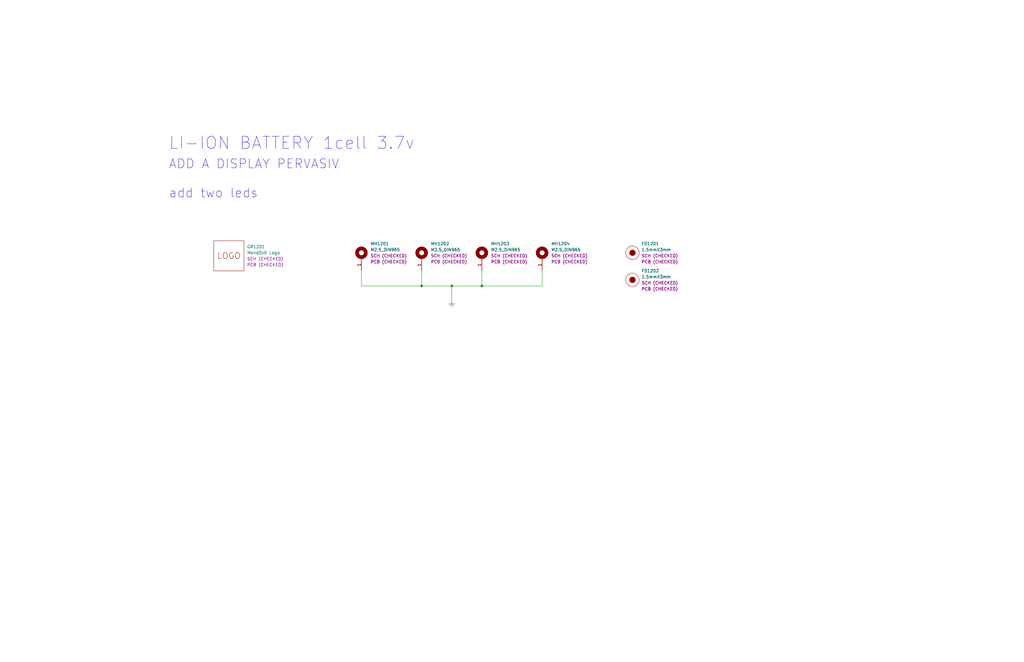
<source format=kicad_sch>
(kicad_sch (version 20230121) (generator eeschema)
  (paper "B")
  (title_block (title "_HW_EPaper") (rev "v1.0") (company "Mend0z0") (comment 1 "v1.0") (comment 2 "CHECKED"))
  (lib_symbols
    (symbol "_SCHLIB_Epaper:MECH_GR_LOGO_MEND0Z0_TOP LAYER" (in_bom no)
      (property "Reference" "GR" (at 2.54 3.81 0))
      (property "Value" "Mend0z0 Logo" (at 2.54 6.35 0))
      (property "SCH CHECK" "SCH (CHECKED)" (at 2.54 24.13 0))
      (property "PCB CHECK" "PCB (CHECKED)" (at 2.54 26.67 0))
      (symbol "MECH_GR_LOGO_MEND0Z0_TOP LAYER_0_1"
        (rectangle (start 0 0) (end 12.7 -12.7))
      )
      (symbol "MECH_GR_LOGO_MEND0Z0_TOP LAYER_1_1"
        (text "LOGO" (at 6.35 -6.35 0) (effects (font (size 2.54 2.54))))
      )
    )
    (symbol "_SCHLIB_Epaper:MECH_HOLE_MOUNTING_M2.5_DIN965_WITH NET" (in_bom no)
      (property "Reference" "MH" (at 2.54 3.81 0))
      (property "Value" "M2.5_DIN965" (at 2.54 6.35 0))
      (property "SCH CHECK" "SCH (CHECKED)" (at 2.54 24.13 0))
      (property "PCB CHECK" "PCB (CHECKED)" (at 2.54 26.67 0))
      (symbol "MECH_HOLE_MOUNTING_M2.5_DIN965_WITH NET_0_1"
        (circle (center 7.62 0) (radius 2.5634))
      )
      (symbol "MECH_HOLE_MOUNTING_M2.5_DIN965_WITH NET_1_1"
        (circle (center 7.62 0) (radius 1.7961) (stroke (width 1.524)))
        (pin passive line (at 0 0 0) (length 5.08) (name "") (number "1"))
      )
    )
    (symbol "_SCHLIB_Epaper:MECH_PAD_FIDUCIAL_1.5mm_3mm" (in_bom no)
      (property "Reference" "FD" (at 2.54 3.81 0))
      (property "Value" "1.5mmX3mm" (at 2.54 6.35 0))
      (property "SCH CHECK" "SCH (CHECKED)" (at 2.54 24.13 0))
      (property "PCB CHECK" "PCB (CHECKED)" (at 2.54 26.67 0))
      (symbol "MECH_PAD_FIDUCIAL_1.5mm_3mm_1_1"
        (circle (center 2.54 -2.54) (radius 0.6751) (stroke (width 1.27)))
        (circle (center 2.54 -2.54) (radius 2.8398))
      )
    )
    (symbol "power:Earth" (power) (pin_names (offset 0))
      (symbol "Earth_0_1"
        (polyline (pts (xy -0.635 -1.905) (xy 0.635 -1.905)))
        (polyline (pts (xy -0.127 -2.54) (xy 0.127 -2.54)))
        (polyline (pts (xy 0 -1.27) (xy 0 0)))
        (polyline (pts (xy 1.27 -1.27) (xy -1.27 -1.27)))
      )
      (symbol "Earth_1_1"
        (pin power_in line (at 0 0 270) (length 0) hide (name "Earth") (number "1"))
      )
    )
  )
  (junction (at 177.8 120.65))
  (junction (at 190.5 120.65))
  (junction (at 203.2 120.65))
  (wire (pts (xy 203.2 120.65) (xy 228.6 120.65)))
  (wire (pts (xy 190.5 120.65) (xy 203.2 120.65)))
  (wire (pts (xy 152.4 120.65) (xy 177.8 120.65)))
  (wire (pts (xy 228.6 120.65) (xy 228.6 114.3)))
  (wire (pts (xy 152.4 114.3) (xy 152.4 120.65)))
  (wire (pts (xy 190.5 120.65) (xy 190.5 127)))
  (wire (pts (xy 177.8 120.65) (xy 190.5 120.65)))
  (wire (pts (xy 177.8 114.3) (xy 177.8 120.65)))
  (wire (pts (xy 203.2 114.3) (xy 203.2 120.65)))
  (text "ADD A DISPLAY PERVASIV\n\nadd two leds" (at 71.12 83.82 0) (effects (font (size 3.81 3.81)) (justify left bottom)))
  (text "LI-ION BATTERY 1cell 3.7v" (at 71.12 63.5 0) (effects (font (size 5.08 5.08)) (justify left bottom)))
  (symbol (lib_id "_SCHLIB_Epaper:MECH_GR_LOGO_MEND0Z0_TOP LAYER") (at 90.17 101.6 0) (unit 1) (in_bom no)
    (property "Reference" "GR1201" (at 104.14 104.14 0) (effects (justify left)))
    (property "Value" "Mend0z0 Logo" (at 104.14 106.68 0) (effects (justify left)))
    (property "Footprint" "_PCBLIB_Epaper:LOGO_MEND0Z0" (effects hide))
    (property "Description" "Mend0z0 Logo" (effects hide))
    (property "SCH CHECK" "SCH (CHECKED)" (at 104.14 109.22 0) (effects (justify left)))
    (property "PCB CHECK" "PCB (CHECKED)" (at 104.14 111.76 0) (effects (justify left)))
  )
  (symbol (lib_id "_SCHLIB_Epaper:MECH_HOLE_MOUNTING_M2.5_DIN965_WITH NET") (at 203.2 114.3 90) (unit 1) (in_bom no)
    (property "Reference" "MH1203" (at 207.01 102.87 90) (effects (justify right)))
    (property "Value" "M2.5_DIN965" (at 207.01 105.41 90) (effects (justify right)))
    (property "Footprint" "MountingHole:MountingHole_2.7mm_M2.5_DIN965_Pad" (effects hide))
    (property "Description" "Mounting Hole, M2.5 (DIN965 Standard), with net" (effects hide))
    (property "SCH CHECK" "SCH (CHECKED)" (at 207.01 107.95 90) (effects (justify right)))
    (property "PCB CHECK" "PCB (CHECKED)" (at 207.01 110.49 90) (effects (justify right)))
  )
  (symbol (lib_id "_SCHLIB_Epaper:MECH_HOLE_MOUNTING_M2.5_DIN965_WITH NET") (at 177.8 114.3 90) (unit 1) (in_bom no)
    (property "Reference" "MH1202" (at 181.61 102.87 90) (effects (justify right)))
    (property "Value" "M2.5_DIN965" (at 181.61 105.41 90) (effects (justify right)))
    (property "Footprint" "MountingHole:MountingHole_2.7mm_M2.5_DIN965_Pad" (effects hide))
    (property "Description" "Mounting Hole, M2.5 (DIN965 Standard), with net" (effects hide))
    (property "SCH CHECK" "SCH (CHECKED)" (at 181.61 107.95 90) (effects (justify right)))
    (property "PCB CHECK" "PCB (CHECKED)" (at 181.61 110.49 90) (effects (justify right)))
  )
  (symbol (lib_id "power:Earth") (at 190.5 127 0) (unit 1)
    (property "Reference" "#PWR01201" (effects hide))
    (property "Value" "Earth" (effects hide))
  )
  (symbol (lib_id "_SCHLIB_Epaper:MECH_PAD_FIDUCIAL_1.5mm_3mm") (at 264.16 104.14 0) (unit 1) (in_bom no)
    (property "Reference" "FD1201" (at 270.51 102.87 0) (effects (justify left)))
    (property "Value" "1.5mmX3mm" (at 270.51 105.41 0) (effects (justify left)))
    (property "Footprint" "Fiducial:Fiducial_1.5mm_Mask3mm" (effects hide))
    (property "Description" "Fiducial pad, 1.5mm pad diameter, 3mm mask area" (effects hide))
    (property "SCH CHECK" "SCH (CHECKED)" (at 270.51 107.95 0) (effects (justify left)))
    (property "PCB CHECK" "PCB (CHECKED)" (at 270.51 110.49 0) (effects (justify left)))
  )
  (symbol (lib_id "_SCHLIB_Epaper:MECH_HOLE_MOUNTING_M2.5_DIN965_WITH NET") (at 228.6 114.3 90) (unit 1) (in_bom no)
    (property "Reference" "MH1204" (at 232.41 102.87 90) (effects (justify right)))
    (property "Value" "M2.5_DIN965" (at 232.41 105.41 90) (effects (justify right)))
    (property "Footprint" "MountingHole:MountingHole_2.7mm_M2.5_DIN965_Pad" (effects hide))
    (property "Description" "Mounting Hole, M2.5 (DIN965 Standard), with net" (effects hide))
    (property "SCH CHECK" "SCH (CHECKED)" (at 232.41 107.95 90) (effects (justify right)))
    (property "PCB CHECK" "PCB (CHECKED)" (at 232.41 110.49 90) (effects (justify right)))
  )
  (symbol (lib_id "_SCHLIB_Epaper:MECH_HOLE_MOUNTING_M2.5_DIN965_WITH NET") (at 152.4 114.3 90) (unit 1) (in_bom no)
    (property "Reference" "MH1201" (at 156.21 102.87 90) (effects (justify right)))
    (property "Value" "M2.5_DIN965" (at 156.21 105.41 90) (effects (justify right)))
    (property "Footprint" "MountingHole:MountingHole_2.7mm_M2.5_DIN965_Pad" (effects hide))
    (property "Description" "Mounting Hole, M2.5 (DIN965 Standard), with net" (effects hide))
    (property "SCH CHECK" "SCH (CHECKED)" (at 156.21 107.95 90) (effects (justify right)))
    (property "PCB CHECK" "PCB (CHECKED)" (at 156.21 110.49 90) (effects (justify right)))
  )
  (symbol (lib_id "_SCHLIB_Epaper:MECH_PAD_FIDUCIAL_1.5mm_3mm") (at 264.16 115.57 0) (unit 1) (in_bom no)
    (property "Reference" "FD1202" (at 270.51 114.3 0) (effects (justify left)))
    (property "Value" "1.5mmX3mm" (at 270.51 116.84 0) (effects (justify left)))
    (property "Footprint" "Fiducial:Fiducial_1.5mm_Mask3mm" (effects hide))
    (property "Description" "Fiducial pad, 1.5mm pad diameter, 3mm mask area" (effects hide))
    (property "SCH CHECK" "SCH (CHECKED)" (at 270.51 119.38 0) (effects (justify left)))
    (property "PCB CHECK" "PCB (CHECKED)" (at 270.51 121.92 0) (effects (justify left)))
  )
)
</source>
